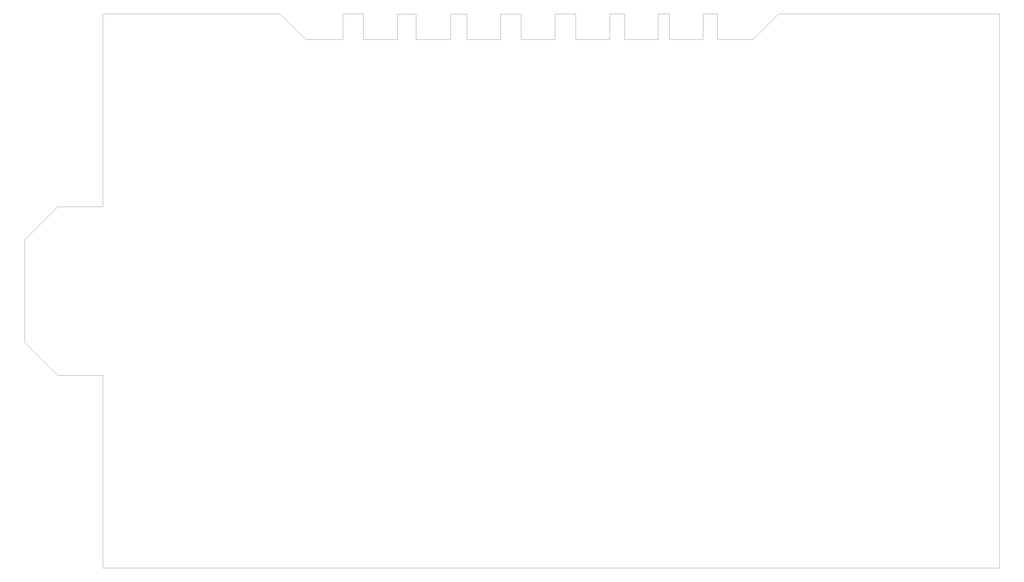
<source format=gko>
%FSLAX44Y44*%
%MOMM*%
G71*
G01*
G75*
G04 Layer_Color=16711935*
%ADD10C,0.1016*%
%ADD11R,1.9050X2.1590*%
%ADD12C,0.7620*%
%ADD13C,1.2700*%
%ADD14C,3.0480*%
%ADD15C,3.0000*%
%ADD16R,3.0000X3.0000*%
%ADD17C,2.1590*%
%ADD18R,2.1590X2.1590*%
%ADD19C,2.5400*%
%ADD20R,2.5400X2.5400*%
%ADD21R,2.1590X2.1590*%
%ADD22C,1.7780*%
%ADD23C,1.2700*%
%ADD24C,3.0480*%
%ADD25C,2.5400*%
%ADD26C,0.0508*%
%ADD27C,0.0762*%
D26*
X736346Y2081508D02*
X1280436D01*
X1358900Y2003044D01*
X1472692D01*
Y2081508D02*
X1535176D01*
Y2003044D02*
X1640332D01*
Y2081254D02*
X1696720D01*
Y2003044D02*
X1802384D01*
X1852168D02*
X1955546D01*
X1802384Y2081254D02*
X1852168D01*
X1955546D02*
X2018770D01*
X2018792Y2003044D02*
X2122170D01*
X2185670D02*
X2290572D01*
X2122170Y2081508D02*
X2185416D01*
X2290572D02*
X2335530D01*
X2438654D02*
X2473198D01*
X2335530Y2003044D02*
X2438654D01*
X2473198D02*
X2576576D01*
X2577084Y2081508D02*
X2620772D01*
X1535176Y2003044D02*
Y2081508D01*
X1472692Y2003044D02*
Y2081508D01*
X1696720Y2003044D02*
Y2081254D01*
X1640332Y2003044D02*
Y2081254D01*
X1852168Y2003044D02*
Y2081254D01*
X1802384Y2003044D02*
Y2081254D01*
X2018792Y2003044D02*
Y2081254D01*
X1955546Y2080492D02*
Y2081254D01*
Y2003044D02*
Y2080492D01*
X2185670Y2003044D02*
Y2081254D01*
X2122170Y2003044D02*
Y2081508D01*
X2335530Y2003044D02*
Y2081508D01*
X2290572Y2003044D02*
Y2081508D01*
X2438654Y2003044D02*
Y2081508D01*
X2473198Y2003044D02*
Y2081508D01*
X2576576Y2081000D02*
Y2081508D01*
Y2003044D02*
Y2081000D01*
X2620772Y2043176D02*
Y2081508D01*
Y2003044D02*
Y2043176D01*
Y2003044D02*
X2621026Y2002790D01*
X2729992D01*
X2808710Y2081508D01*
X3484880D01*
X736346Y2079222D02*
Y2081508D01*
Y1489964D02*
Y2079222D01*
Y381508D02*
Y973074D01*
X496570Y1388364D02*
X598170Y1489964D01*
X736346D01*
X496570Y1231392D02*
Y1388364D01*
X598170Y973074D02*
X736346D01*
X496570Y1074674D02*
X598170Y973074D01*
X496570Y1074674D02*
Y1231392D01*
D27*
X736346Y381508D02*
X896346D01*
X3484880D02*
Y2081508D01*
X736346Y381508D02*
X3484880D01*
M02*

</source>
